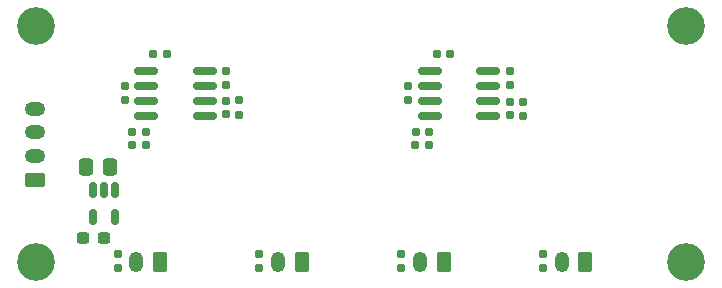
<source format=gbr>
%TF.GenerationSoftware,KiCad,Pcbnew,(5.99.0-12650-g5c402a64ab)*%
%TF.CreationDate,2021-10-05T22:34:51+02:00*%
%TF.ProjectId,mini_light_control,6d696e69-5f6c-4696-9768-745f636f6e74,v1.0*%
%TF.SameCoordinates,Original*%
%TF.FileFunction,Soldermask,Bot*%
%TF.FilePolarity,Negative*%
%FSLAX46Y46*%
G04 Gerber Fmt 4.6, Leading zero omitted, Abs format (unit mm)*
G04 Created by KiCad (PCBNEW (5.99.0-12650-g5c402a64ab)) date 2021-10-05 22:34:51*
%MOMM*%
%LPD*%
G01*
G04 APERTURE LIST*
G04 Aperture macros list*
%AMRoundRect*
0 Rectangle with rounded corners*
0 $1 Rounding radius*
0 $2 $3 $4 $5 $6 $7 $8 $9 X,Y pos of 4 corners*
0 Add a 4 corners polygon primitive as box body*
4,1,4,$2,$3,$4,$5,$6,$7,$8,$9,$2,$3,0*
0 Add four circle primitives for the rounded corners*
1,1,$1+$1,$2,$3*
1,1,$1+$1,$4,$5*
1,1,$1+$1,$6,$7*
1,1,$1+$1,$8,$9*
0 Add four rect primitives between the rounded corners*
20,1,$1+$1,$2,$3,$4,$5,0*
20,1,$1+$1,$4,$5,$6,$7,0*
20,1,$1+$1,$6,$7,$8,$9,0*
20,1,$1+$1,$8,$9,$2,$3,0*%
G04 Aperture macros list end*
%ADD10RoundRect,0.250000X0.350000X0.625000X-0.350000X0.625000X-0.350000X-0.625000X0.350000X-0.625000X0*%
%ADD11O,1.200000X1.750000*%
%ADD12C,3.200000*%
%ADD13RoundRect,0.250000X0.625000X-0.350000X0.625000X0.350000X-0.625000X0.350000X-0.625000X-0.350000X0*%
%ADD14O,1.750000X1.200000*%
%ADD15RoundRect,0.150000X0.825000X0.150000X-0.825000X0.150000X-0.825000X-0.150000X0.825000X-0.150000X0*%
%ADD16RoundRect,0.160000X0.160000X-0.197500X0.160000X0.197500X-0.160000X0.197500X-0.160000X-0.197500X0*%
%ADD17RoundRect,0.160000X-0.160000X0.197500X-0.160000X-0.197500X0.160000X-0.197500X0.160000X0.197500X0*%
%ADD18RoundRect,0.160000X-0.197500X-0.160000X0.197500X-0.160000X0.197500X0.160000X-0.197500X0.160000X0*%
%ADD19RoundRect,0.155000X-0.155000X0.212500X-0.155000X-0.212500X0.155000X-0.212500X0.155000X0.212500X0*%
%ADD20RoundRect,0.155000X-0.212500X-0.155000X0.212500X-0.155000X0.212500X0.155000X-0.212500X0.155000X0*%
%ADD21RoundRect,0.155000X0.212500X0.155000X-0.212500X0.155000X-0.212500X-0.155000X0.212500X-0.155000X0*%
%ADD22RoundRect,0.237500X-0.300000X-0.237500X0.300000X-0.237500X0.300000X0.237500X-0.300000X0.237500X0*%
%ADD23RoundRect,0.150000X-0.150000X0.512500X-0.150000X-0.512500X0.150000X-0.512500X0.150000X0.512500X0*%
%ADD24RoundRect,0.250000X-0.337500X-0.475000X0.337500X-0.475000X0.337500X0.475000X-0.337500X0.475000X0*%
G04 APERTURE END LIST*
D10*
%TO.C,J7*%
X151000000Y-59000000D03*
D11*
X149000000Y-59000000D03*
%TD*%
D12*
%TO.C,H1*%
X159500000Y-59000000D03*
%TD*%
%TO.C,H4*%
X159500000Y-39000000D03*
%TD*%
D10*
%TO.C,J3*%
X127000000Y-59000000D03*
D11*
X125000000Y-59000000D03*
%TD*%
D12*
%TO.C,H3*%
X104500000Y-39000000D03*
%TD*%
D10*
%TO.C,J6*%
X139000000Y-59000000D03*
D11*
X137000000Y-59000000D03*
%TD*%
D10*
%TO.C,J2*%
X115000000Y-59000000D03*
D11*
X113000000Y-59000000D03*
%TD*%
D12*
%TO.C,H2*%
X104500000Y-59000000D03*
%TD*%
D13*
%TO.C,J1*%
X104450000Y-52000000D03*
D14*
X104450000Y-50000000D03*
X104450000Y-48000000D03*
X104450000Y-46000000D03*
%TD*%
D15*
%TO.C,U3*%
X142775000Y-42795000D03*
X142775000Y-44065000D03*
X142775000Y-45335000D03*
X142775000Y-46605000D03*
X137825000Y-46605000D03*
X137825000Y-45335000D03*
X137825000Y-44065000D03*
X137825000Y-42795000D03*
%TD*%
D16*
%TO.C,R4*%
X121700000Y-46497500D03*
X121700000Y-45302500D03*
%TD*%
D17*
%TO.C,R1*%
X111400000Y-58302500D03*
X111400000Y-59497500D03*
%TD*%
%TO.C,R7*%
X135400000Y-58302500D03*
X135400000Y-59497500D03*
%TD*%
D18*
%TO.C,R8*%
X136602500Y-49100000D03*
X137797500Y-49100000D03*
%TD*%
D16*
%TO.C,R10*%
X145700000Y-46597500D03*
X145700000Y-45402500D03*
%TD*%
%TO.C,R6*%
X120600000Y-43997500D03*
X120600000Y-42802500D03*
%TD*%
D19*
%TO.C,C10*%
X144600000Y-45432500D03*
X144600000Y-46567500D03*
%TD*%
D20*
%TO.C,C11*%
X138432500Y-41400000D03*
X139567500Y-41400000D03*
%TD*%
D21*
%TO.C,C9*%
X137767500Y-48000000D03*
X136632500Y-48000000D03*
%TD*%
D22*
%TO.C,C8*%
X108487502Y-56937501D03*
X110212502Y-56937501D03*
%TD*%
D19*
%TO.C,C3*%
X120600000Y-45332500D03*
X120600000Y-46467500D03*
%TD*%
D16*
%TO.C,R11*%
X136000000Y-45297500D03*
X136000000Y-44102500D03*
%TD*%
D20*
%TO.C,C4*%
X114432500Y-41400000D03*
X115567500Y-41400000D03*
%TD*%
D15*
%TO.C,U1*%
X118775000Y-42795000D03*
X118775000Y-44065000D03*
X118775000Y-45335000D03*
X118775000Y-46605000D03*
X113825000Y-46605000D03*
X113825000Y-45335000D03*
X113825000Y-44065000D03*
X113825000Y-42795000D03*
%TD*%
D16*
%TO.C,R12*%
X144600000Y-43997500D03*
X144600000Y-42802500D03*
%TD*%
D18*
%TO.C,R2*%
X112602500Y-49100000D03*
X113797500Y-49100000D03*
%TD*%
D17*
%TO.C,R3*%
X123400000Y-58302500D03*
X123400000Y-59497500D03*
%TD*%
%TO.C,R9*%
X147400000Y-58302500D03*
X147400000Y-59497500D03*
%TD*%
D23*
%TO.C,U2*%
X109300000Y-52900000D03*
X110250000Y-52900000D03*
X111200000Y-52900000D03*
X111200000Y-55175000D03*
X109300000Y-55175000D03*
%TD*%
D21*
%TO.C,C2*%
X113767500Y-48000000D03*
X112632500Y-48000000D03*
%TD*%
D24*
%TO.C,C5*%
X108712501Y-50937501D03*
X110787501Y-50937501D03*
%TD*%
D16*
%TO.C,R5*%
X112000000Y-45297500D03*
X112000000Y-44102500D03*
%TD*%
M02*

</source>
